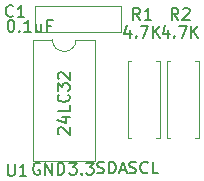
<source format=gbr>
G04 #@! TF.GenerationSoftware,KiCad,Pcbnew,(5.1.4)-1*
G04 #@! TF.CreationDate,2019-10-03T12:30:05-04:00*
G04 #@! TF.ProjectId,I2C_Breakout,4932435f-4272-4656-916b-6f75742e6b69,rev?*
G04 #@! TF.SameCoordinates,Original*
G04 #@! TF.FileFunction,Legend,Top*
G04 #@! TF.FilePolarity,Positive*
%FSLAX46Y46*%
G04 Gerber Fmt 4.6, Leading zero omitted, Abs format (unit mm)*
G04 Created by KiCad (PCBNEW (5.1.4)-1) date 2019-10-03 12:30:05*
%MOMM*%
%LPD*%
G04 APERTURE LIST*
%ADD10C,0.150000*%
%ADD11C,0.120000*%
G04 APERTURE END LIST*
D10*
X160909523Y-94904761D02*
X161052380Y-94952380D01*
X161290476Y-94952380D01*
X161385714Y-94904761D01*
X161433333Y-94857142D01*
X161480952Y-94761904D01*
X161480952Y-94666666D01*
X161433333Y-94571428D01*
X161385714Y-94523809D01*
X161290476Y-94476190D01*
X161100000Y-94428571D01*
X161004761Y-94380952D01*
X160957142Y-94333333D01*
X160909523Y-94238095D01*
X160909523Y-94142857D01*
X160957142Y-94047619D01*
X161004761Y-94000000D01*
X161100000Y-93952380D01*
X161338095Y-93952380D01*
X161480952Y-94000000D01*
X162480952Y-94857142D02*
X162433333Y-94904761D01*
X162290476Y-94952380D01*
X162195238Y-94952380D01*
X162052380Y-94904761D01*
X161957142Y-94809523D01*
X161909523Y-94714285D01*
X161861904Y-94523809D01*
X161861904Y-94380952D01*
X161909523Y-94190476D01*
X161957142Y-94095238D01*
X162052380Y-94000000D01*
X162195238Y-93952380D01*
X162290476Y-93952380D01*
X162433333Y-94000000D01*
X162480952Y-94047619D01*
X163385714Y-94952380D02*
X162909523Y-94952380D01*
X162909523Y-93952380D01*
X158185714Y-94904761D02*
X158328571Y-94952380D01*
X158566666Y-94952380D01*
X158661904Y-94904761D01*
X158709523Y-94857142D01*
X158757142Y-94761904D01*
X158757142Y-94666666D01*
X158709523Y-94571428D01*
X158661904Y-94523809D01*
X158566666Y-94476190D01*
X158376190Y-94428571D01*
X158280952Y-94380952D01*
X158233333Y-94333333D01*
X158185714Y-94238095D01*
X158185714Y-94142857D01*
X158233333Y-94047619D01*
X158280952Y-94000000D01*
X158376190Y-93952380D01*
X158614285Y-93952380D01*
X158757142Y-94000000D01*
X159185714Y-94952380D02*
X159185714Y-93952380D01*
X159423809Y-93952380D01*
X159566666Y-94000000D01*
X159661904Y-94095238D01*
X159709523Y-94190476D01*
X159757142Y-94380952D01*
X159757142Y-94523809D01*
X159709523Y-94714285D01*
X159661904Y-94809523D01*
X159566666Y-94904761D01*
X159423809Y-94952380D01*
X159185714Y-94952380D01*
X160138095Y-94666666D02*
X160614285Y-94666666D01*
X160042857Y-94952380D02*
X160376190Y-93952380D01*
X160709523Y-94952380D01*
X155852380Y-94052380D02*
X156471428Y-94052380D01*
X156138095Y-94433333D01*
X156280952Y-94433333D01*
X156376190Y-94480952D01*
X156423809Y-94528571D01*
X156471428Y-94623809D01*
X156471428Y-94861904D01*
X156423809Y-94957142D01*
X156376190Y-95004761D01*
X156280952Y-95052380D01*
X155995238Y-95052380D01*
X155900000Y-95004761D01*
X155852380Y-94957142D01*
X156900000Y-94957142D02*
X156947619Y-95004761D01*
X156900000Y-95052380D01*
X156852380Y-95004761D01*
X156900000Y-94957142D01*
X156900000Y-95052380D01*
X157280952Y-94052380D02*
X157900000Y-94052380D01*
X157566666Y-94433333D01*
X157709523Y-94433333D01*
X157804761Y-94480952D01*
X157852380Y-94528571D01*
X157900000Y-94623809D01*
X157900000Y-94861904D01*
X157852380Y-94957142D01*
X157804761Y-95004761D01*
X157709523Y-95052380D01*
X157423809Y-95052380D01*
X157328571Y-95004761D01*
X157280952Y-94957142D01*
X153338095Y-94100000D02*
X153242857Y-94052380D01*
X153100000Y-94052380D01*
X152957142Y-94100000D01*
X152861904Y-94195238D01*
X152814285Y-94290476D01*
X152766666Y-94480952D01*
X152766666Y-94623809D01*
X152814285Y-94814285D01*
X152861904Y-94909523D01*
X152957142Y-95004761D01*
X153100000Y-95052380D01*
X153195238Y-95052380D01*
X153338095Y-95004761D01*
X153385714Y-94957142D01*
X153385714Y-94623809D01*
X153195238Y-94623809D01*
X153814285Y-95052380D02*
X153814285Y-94052380D01*
X154385714Y-95052380D01*
X154385714Y-94052380D01*
X154861904Y-95052380D02*
X154861904Y-94052380D01*
X155100000Y-94052380D01*
X155242857Y-94100000D01*
X155338095Y-94195238D01*
X155385714Y-94290476D01*
X155433333Y-94480952D01*
X155433333Y-94623809D01*
X155385714Y-94814285D01*
X155338095Y-94909523D01*
X155242857Y-95004761D01*
X155100000Y-95052380D01*
X154861904Y-95052380D01*
D11*
X152980000Y-83020000D02*
X152980000Y-80780000D01*
X160220000Y-83020000D02*
X160220000Y-80780000D01*
X160220000Y-80780000D02*
X152980000Y-80780000D01*
X160220000Y-83020000D02*
X152980000Y-83020000D01*
X158060000Y-83620000D02*
X156410000Y-83620000D01*
X158060000Y-93900000D02*
X158060000Y-83620000D01*
X152760000Y-93900000D02*
X158060000Y-93900000D01*
X152760000Y-83620000D02*
X152760000Y-93900000D01*
X154410000Y-83620000D02*
X152760000Y-83620000D01*
X156410000Y-83620000D02*
G75*
G02X154410000Y-83620000I-1000000J0D01*
G01*
X164080000Y-91980000D02*
X164410000Y-91980000D01*
X164080000Y-85440000D02*
X164080000Y-91980000D01*
X164410000Y-85440000D02*
X164080000Y-85440000D01*
X166820000Y-91980000D02*
X166490000Y-91980000D01*
X166820000Y-85440000D02*
X166820000Y-91980000D01*
X166490000Y-85440000D02*
X166820000Y-85440000D01*
X160780000Y-91980000D02*
X161110000Y-91980000D01*
X160780000Y-85440000D02*
X160780000Y-91980000D01*
X161110000Y-85440000D02*
X160780000Y-85440000D01*
X163520000Y-91980000D02*
X163190000Y-91980000D01*
X163520000Y-85440000D02*
X163520000Y-91980000D01*
X163190000Y-85440000D02*
X163520000Y-85440000D01*
D10*
X151083333Y-81607142D02*
X151035714Y-81654761D01*
X150892857Y-81702380D01*
X150797619Y-81702380D01*
X150654761Y-81654761D01*
X150559523Y-81559523D01*
X150511904Y-81464285D01*
X150464285Y-81273809D01*
X150464285Y-81130952D01*
X150511904Y-80940476D01*
X150559523Y-80845238D01*
X150654761Y-80750000D01*
X150797619Y-80702380D01*
X150892857Y-80702380D01*
X151035714Y-80750000D01*
X151083333Y-80797619D01*
X152035714Y-81702380D02*
X151464285Y-81702380D01*
X151750000Y-81702380D02*
X151750000Y-80702380D01*
X151654761Y-80845238D01*
X151559523Y-80940476D01*
X151464285Y-80988095D01*
X150857142Y-81952380D02*
X150952380Y-81952380D01*
X151047619Y-82000000D01*
X151095238Y-82047619D01*
X151142857Y-82142857D01*
X151190476Y-82333333D01*
X151190476Y-82571428D01*
X151142857Y-82761904D01*
X151095238Y-82857142D01*
X151047619Y-82904761D01*
X150952380Y-82952380D01*
X150857142Y-82952380D01*
X150761904Y-82904761D01*
X150714285Y-82857142D01*
X150666666Y-82761904D01*
X150619047Y-82571428D01*
X150619047Y-82333333D01*
X150666666Y-82142857D01*
X150714285Y-82047619D01*
X150761904Y-82000000D01*
X150857142Y-81952380D01*
X151619047Y-82857142D02*
X151666666Y-82904761D01*
X151619047Y-82952380D01*
X151571428Y-82904761D01*
X151619047Y-82857142D01*
X151619047Y-82952380D01*
X152619047Y-82952380D02*
X152047619Y-82952380D01*
X152333333Y-82952380D02*
X152333333Y-81952380D01*
X152238095Y-82095238D01*
X152142857Y-82190476D01*
X152047619Y-82238095D01*
X153476190Y-82285714D02*
X153476190Y-82952380D01*
X153047619Y-82285714D02*
X153047619Y-82809523D01*
X153095238Y-82904761D01*
X153190476Y-82952380D01*
X153333333Y-82952380D01*
X153428571Y-82904761D01*
X153476190Y-82857142D01*
X154285714Y-82428571D02*
X153952380Y-82428571D01*
X153952380Y-82952380D02*
X153952380Y-81952380D01*
X154428571Y-81952380D01*
X150638095Y-94152380D02*
X150638095Y-94961904D01*
X150685714Y-95057142D01*
X150733333Y-95104761D01*
X150828571Y-95152380D01*
X151019047Y-95152380D01*
X151114285Y-95104761D01*
X151161904Y-95057142D01*
X151209523Y-94961904D01*
X151209523Y-94152380D01*
X152209523Y-95152380D02*
X151638095Y-95152380D01*
X151923809Y-95152380D02*
X151923809Y-94152380D01*
X151828571Y-94295238D01*
X151733333Y-94390476D01*
X151638095Y-94438095D01*
X154957619Y-91619047D02*
X154910000Y-91571428D01*
X154862380Y-91476190D01*
X154862380Y-91238095D01*
X154910000Y-91142857D01*
X154957619Y-91095238D01*
X155052857Y-91047619D01*
X155148095Y-91047619D01*
X155290952Y-91095238D01*
X155862380Y-91666666D01*
X155862380Y-91047619D01*
X155195714Y-90190476D02*
X155862380Y-90190476D01*
X154814761Y-90428571D02*
X155529047Y-90666666D01*
X155529047Y-90047619D01*
X155862380Y-89190476D02*
X155862380Y-89666666D01*
X154862380Y-89666666D01*
X155767142Y-88285714D02*
X155814761Y-88333333D01*
X155862380Y-88476190D01*
X155862380Y-88571428D01*
X155814761Y-88714285D01*
X155719523Y-88809523D01*
X155624285Y-88857142D01*
X155433809Y-88904761D01*
X155290952Y-88904761D01*
X155100476Y-88857142D01*
X155005238Y-88809523D01*
X154910000Y-88714285D01*
X154862380Y-88571428D01*
X154862380Y-88476190D01*
X154910000Y-88333333D01*
X154957619Y-88285714D01*
X154862380Y-87952380D02*
X154862380Y-87333333D01*
X155243333Y-87666666D01*
X155243333Y-87523809D01*
X155290952Y-87428571D01*
X155338571Y-87380952D01*
X155433809Y-87333333D01*
X155671904Y-87333333D01*
X155767142Y-87380952D01*
X155814761Y-87428571D01*
X155862380Y-87523809D01*
X155862380Y-87809523D01*
X155814761Y-87904761D01*
X155767142Y-87952380D01*
X154957619Y-86952380D02*
X154910000Y-86904761D01*
X154862380Y-86809523D01*
X154862380Y-86571428D01*
X154910000Y-86476190D01*
X154957619Y-86428571D01*
X155052857Y-86380952D01*
X155148095Y-86380952D01*
X155290952Y-86428571D01*
X155862380Y-87000000D01*
X155862380Y-86380952D01*
X165083333Y-81952380D02*
X164750000Y-81476190D01*
X164511904Y-81952380D02*
X164511904Y-80952380D01*
X164892857Y-80952380D01*
X164988095Y-81000000D01*
X165035714Y-81047619D01*
X165083333Y-81142857D01*
X165083333Y-81285714D01*
X165035714Y-81380952D01*
X164988095Y-81428571D01*
X164892857Y-81476190D01*
X164511904Y-81476190D01*
X165464285Y-81047619D02*
X165511904Y-81000000D01*
X165607142Y-80952380D01*
X165845238Y-80952380D01*
X165940476Y-81000000D01*
X165988095Y-81047619D01*
X166035714Y-81142857D01*
X166035714Y-81238095D01*
X165988095Y-81380952D01*
X165416666Y-81952380D01*
X166035714Y-81952380D01*
X164226190Y-82785714D02*
X164226190Y-83452380D01*
X163988095Y-82404761D02*
X163750000Y-83119047D01*
X164369047Y-83119047D01*
X164750000Y-83357142D02*
X164797619Y-83404761D01*
X164750000Y-83452380D01*
X164702380Y-83404761D01*
X164750000Y-83357142D01*
X164750000Y-83452380D01*
X165130952Y-82452380D02*
X165797619Y-82452380D01*
X165369047Y-83452380D01*
X166178571Y-83452380D02*
X166178571Y-82452380D01*
X166750000Y-83452380D02*
X166321428Y-82880952D01*
X166750000Y-82452380D02*
X166178571Y-83023809D01*
X161833333Y-81952380D02*
X161500000Y-81476190D01*
X161261904Y-81952380D02*
X161261904Y-80952380D01*
X161642857Y-80952380D01*
X161738095Y-81000000D01*
X161785714Y-81047619D01*
X161833333Y-81142857D01*
X161833333Y-81285714D01*
X161785714Y-81380952D01*
X161738095Y-81428571D01*
X161642857Y-81476190D01*
X161261904Y-81476190D01*
X162785714Y-81952380D02*
X162214285Y-81952380D01*
X162500000Y-81952380D02*
X162500000Y-80952380D01*
X162404761Y-81095238D01*
X162309523Y-81190476D01*
X162214285Y-81238095D01*
X160976190Y-82785714D02*
X160976190Y-83452380D01*
X160738095Y-82404761D02*
X160500000Y-83119047D01*
X161119047Y-83119047D01*
X161500000Y-83357142D02*
X161547619Y-83404761D01*
X161500000Y-83452380D01*
X161452380Y-83404761D01*
X161500000Y-83357142D01*
X161500000Y-83452380D01*
X161880952Y-82452380D02*
X162547619Y-82452380D01*
X162119047Y-83452380D01*
X162928571Y-83452380D02*
X162928571Y-82452380D01*
X163500000Y-83452380D02*
X163071428Y-82880952D01*
X163500000Y-82452380D02*
X162928571Y-83023809D01*
M02*

</source>
